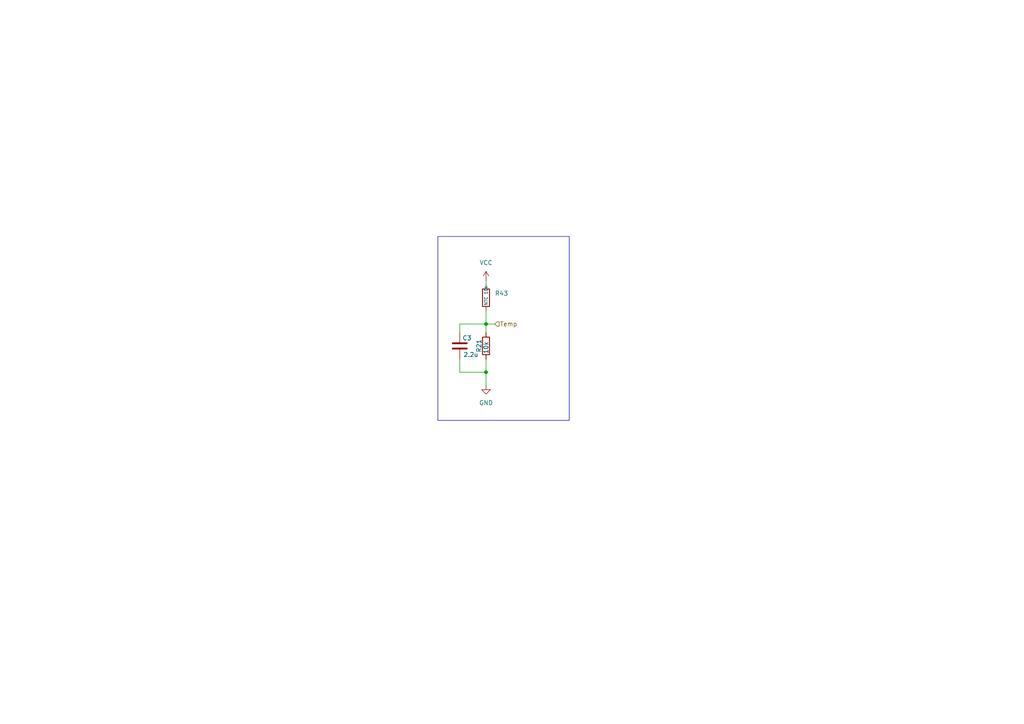
<source format=kicad_sch>
(kicad_sch
	(version 20250114)
	(generator "eeschema")
	(generator_version "9.0")
	(uuid "22bdf16a-0ffa-4aed-9771-889b41d3d533")
	(paper "A4")
	(lib_symbols
		(symbol "Device:C"
			(pin_numbers
				(hide yes)
			)
			(pin_names
				(offset 0.254)
			)
			(exclude_from_sim no)
			(in_bom yes)
			(on_board yes)
			(property "Reference" "C"
				(at 0.635 2.54 0)
				(effects
					(font
						(size 1.27 1.27)
					)
					(justify left)
				)
			)
			(property "Value" "C"
				(at 0.635 -2.54 0)
				(effects
					(font
						(size 1.27 1.27)
					)
					(justify left)
				)
			)
			(property "Footprint" ""
				(at 0.9652 -3.81 0)
				(effects
					(font
						(size 1.27 1.27)
					)
					(hide yes)
				)
			)
			(property "Datasheet" "~"
				(at 0 0 0)
				(effects
					(font
						(size 1.27 1.27)
					)
					(hide yes)
				)
			)
			(property "Description" "Unpolarized capacitor"
				(at 0 0 0)
				(effects
					(font
						(size 1.27 1.27)
					)
					(hide yes)
				)
			)
			(property "ki_keywords" "cap capacitor"
				(at 0 0 0)
				(effects
					(font
						(size 1.27 1.27)
					)
					(hide yes)
				)
			)
			(property "ki_fp_filters" "C_*"
				(at 0 0 0)
				(effects
					(font
						(size 1.27 1.27)
					)
					(hide yes)
				)
			)
			(symbol "C_0_1"
				(polyline
					(pts
						(xy -2.032 0.762) (xy 2.032 0.762)
					)
					(stroke
						(width 0.508)
						(type default)
					)
					(fill
						(type none)
					)
				)
				(polyline
					(pts
						(xy -2.032 -0.762) (xy 2.032 -0.762)
					)
					(stroke
						(width 0.508)
						(type default)
					)
					(fill
						(type none)
					)
				)
			)
			(symbol "C_1_1"
				(pin passive line
					(at 0 3.81 270)
					(length 2.794)
					(name "~"
						(effects
							(font
								(size 1.27 1.27)
							)
						)
					)
					(number "1"
						(effects
							(font
								(size 1.27 1.27)
							)
						)
					)
				)
				(pin passive line
					(at 0 -3.81 90)
					(length 2.794)
					(name "~"
						(effects
							(font
								(size 1.27 1.27)
							)
						)
					)
					(number "2"
						(effects
							(font
								(size 1.27 1.27)
							)
						)
					)
				)
			)
			(embedded_fonts no)
		)
		(symbol "Device:R"
			(pin_numbers
				(hide yes)
			)
			(pin_names
				(offset 0)
			)
			(exclude_from_sim no)
			(in_bom yes)
			(on_board yes)
			(property "Reference" "R"
				(at 2.032 0 90)
				(effects
					(font
						(size 1.27 1.27)
					)
				)
			)
			(property "Value" "R"
				(at 0 0 90)
				(effects
					(font
						(size 1.27 1.27)
					)
				)
			)
			(property "Footprint" ""
				(at -1.778 0 90)
				(effects
					(font
						(size 1.27 1.27)
					)
					(hide yes)
				)
			)
			(property "Datasheet" "~"
				(at 0 0 0)
				(effects
					(font
						(size 1.27 1.27)
					)
					(hide yes)
				)
			)
			(property "Description" "Resistor"
				(at 0 0 0)
				(effects
					(font
						(size 1.27 1.27)
					)
					(hide yes)
				)
			)
			(property "ki_keywords" "R res resistor"
				(at 0 0 0)
				(effects
					(font
						(size 1.27 1.27)
					)
					(hide yes)
				)
			)
			(property "ki_fp_filters" "R_*"
				(at 0 0 0)
				(effects
					(font
						(size 1.27 1.27)
					)
					(hide yes)
				)
			)
			(symbol "R_0_1"
				(rectangle
					(start -1.016 -2.54)
					(end 1.016 2.54)
					(stroke
						(width 0.254)
						(type default)
					)
					(fill
						(type none)
					)
				)
			)
			(symbol "R_1_1"
				(pin passive line
					(at 0 3.81 270)
					(length 1.27)
					(name "~"
						(effects
							(font
								(size 1.27 1.27)
							)
						)
					)
					(number "1"
						(effects
							(font
								(size 1.27 1.27)
							)
						)
					)
				)
				(pin passive line
					(at 0 -3.81 90)
					(length 1.27)
					(name "~"
						(effects
							(font
								(size 1.27 1.27)
							)
						)
					)
					(number "2"
						(effects
							(font
								(size 1.27 1.27)
							)
						)
					)
				)
			)
			(embedded_fonts no)
		)
		(symbol "power:GND"
			(power)
			(pin_numbers
				(hide yes)
			)
			(pin_names
				(offset 0)
				(hide yes)
			)
			(exclude_from_sim no)
			(in_bom yes)
			(on_board yes)
			(property "Reference" "#PWR"
				(at 0 -6.35 0)
				(effects
					(font
						(size 1.27 1.27)
					)
					(hide yes)
				)
			)
			(property "Value" "GND"
				(at 0 -3.81 0)
				(effects
					(font
						(size 1.27 1.27)
					)
				)
			)
			(property "Footprint" ""
				(at 0 0 0)
				(effects
					(font
						(size 1.27 1.27)
					)
					(hide yes)
				)
			)
			(property "Datasheet" ""
				(at 0 0 0)
				(effects
					(font
						(size 1.27 1.27)
					)
					(hide yes)
				)
			)
			(property "Description" "Power symbol creates a global label with name \"GND\" , ground"
				(at 0 0 0)
				(effects
					(font
						(size 1.27 1.27)
					)
					(hide yes)
				)
			)
			(property "ki_keywords" "global power"
				(at 0 0 0)
				(effects
					(font
						(size 1.27 1.27)
					)
					(hide yes)
				)
			)
			(symbol "GND_0_1"
				(polyline
					(pts
						(xy 0 0) (xy 0 -1.27) (xy 1.27 -1.27) (xy 0 -2.54) (xy -1.27 -1.27) (xy 0 -1.27)
					)
					(stroke
						(width 0)
						(type default)
					)
					(fill
						(type none)
					)
				)
			)
			(symbol "GND_1_1"
				(pin power_in line
					(at 0 0 270)
					(length 0)
					(name "~"
						(effects
							(font
								(size 1.27 1.27)
							)
						)
					)
					(number "1"
						(effects
							(font
								(size 1.27 1.27)
							)
						)
					)
				)
			)
			(embedded_fonts no)
		)
		(symbol "power:VCC"
			(power)
			(pin_numbers
				(hide yes)
			)
			(pin_names
				(offset 0)
				(hide yes)
			)
			(exclude_from_sim no)
			(in_bom yes)
			(on_board yes)
			(property "Reference" "#PWR"
				(at 0 -3.81 0)
				(effects
					(font
						(size 1.27 1.27)
					)
					(hide yes)
				)
			)
			(property "Value" "VCC"
				(at 0 3.556 0)
				(effects
					(font
						(size 1.27 1.27)
					)
				)
			)
			(property "Footprint" ""
				(at 0 0 0)
				(effects
					(font
						(size 1.27 1.27)
					)
					(hide yes)
				)
			)
			(property "Datasheet" ""
				(at 0 0 0)
				(effects
					(font
						(size 1.27 1.27)
					)
					(hide yes)
				)
			)
			(property "Description" "Power symbol creates a global label with name \"VCC\""
				(at 0 0 0)
				(effects
					(font
						(size 1.27 1.27)
					)
					(hide yes)
				)
			)
			(property "ki_keywords" "global power"
				(at 0 0 0)
				(effects
					(font
						(size 1.27 1.27)
					)
					(hide yes)
				)
			)
			(symbol "VCC_0_1"
				(polyline
					(pts
						(xy -0.762 1.27) (xy 0 2.54)
					)
					(stroke
						(width 0)
						(type default)
					)
					(fill
						(type none)
					)
				)
				(polyline
					(pts
						(xy 0 2.54) (xy 0.762 1.27)
					)
					(stroke
						(width 0)
						(type default)
					)
					(fill
						(type none)
					)
				)
				(polyline
					(pts
						(xy 0 0) (xy 0 2.54)
					)
					(stroke
						(width 0)
						(type default)
					)
					(fill
						(type none)
					)
				)
			)
			(symbol "VCC_1_1"
				(pin power_in line
					(at 0 0 90)
					(length 0)
					(name "~"
						(effects
							(font
								(size 1.27 1.27)
							)
						)
					)
					(number "1"
						(effects
							(font
								(size 1.27 1.27)
							)
						)
					)
				)
			)
			(embedded_fonts no)
		)
	)
	(rectangle
		(start 127 68.58)
		(end 165.1 121.92)
		(stroke
			(width 0)
			(type default)
		)
		(fill
			(type none)
		)
		(uuid 37a7855e-60cb-491e-9d8c-f935df3da462)
	)
	(junction
		(at 140.97 107.95)
		(diameter 0)
		(color 0 0 0 0)
		(uuid "a9ee2ce8-fc6d-46a9-9f9d-f9e37fd29add")
	)
	(junction
		(at 140.97 93.98)
		(diameter 0)
		(color 0 0 0 0)
		(uuid "ba49e671-eea0-40b4-8829-78c3a59baed3")
	)
	(wire
		(pts
			(xy 140.97 93.98) (xy 140.97 90.17)
		)
		(stroke
			(width 0)
			(type default)
		)
		(uuid "04f7da9d-d84d-46a3-b2ac-e6bd3a87171e")
	)
	(wire
		(pts
			(xy 143.51 93.98) (xy 140.97 93.98)
		)
		(stroke
			(width 0)
			(type default)
		)
		(uuid "293c93a0-f6fe-4884-ac9a-ac38c357a1b7")
	)
	(wire
		(pts
			(xy 140.97 107.95) (xy 140.97 104.14)
		)
		(stroke
			(width 0)
			(type default)
		)
		(uuid "8a273746-3bba-4e98-9faa-68da4c129b8f")
	)
	(wire
		(pts
			(xy 133.35 96.52) (xy 133.35 93.98)
		)
		(stroke
			(width 0)
			(type default)
		)
		(uuid "8adcbf5a-82d3-46be-933c-a5a345595db0")
	)
	(wire
		(pts
			(xy 133.35 107.95) (xy 140.97 107.95)
		)
		(stroke
			(width 0)
			(type default)
		)
		(uuid "915eac54-4e32-44a7-8180-402d8a2024e2")
	)
	(wire
		(pts
			(xy 133.35 104.14) (xy 133.35 107.95)
		)
		(stroke
			(width 0)
			(type default)
		)
		(uuid "9949f3d6-eeb6-4e19-98c8-702de5b0bb39")
	)
	(wire
		(pts
			(xy 140.97 81.28) (xy 140.97 82.55)
		)
		(stroke
			(width 0)
			(type default)
		)
		(uuid "aa261949-0ce9-449b-81a9-4f9be7216e3f")
	)
	(wire
		(pts
			(xy 140.97 96.52) (xy 140.97 93.98)
		)
		(stroke
			(width 0)
			(type default)
		)
		(uuid "c813434a-77f9-493d-b8df-96206d0e7742")
	)
	(wire
		(pts
			(xy 140.97 111.76) (xy 140.97 107.95)
		)
		(stroke
			(width 0)
			(type default)
		)
		(uuid "da48afc3-f5be-4d1a-9fc7-7e92af63ab6b")
	)
	(wire
		(pts
			(xy 133.35 93.98) (xy 140.97 93.98)
		)
		(stroke
			(width 0)
			(type default)
		)
		(uuid "e357cde7-b0e6-421a-95eb-60845ae999c3")
	)
	(hierarchical_label "Temp"
		(shape input)
		(at 143.51 93.98 0)
		(effects
			(font
				(size 1.27 1.27)
			)
			(justify left)
		)
		(uuid "2b046611-5a9c-4f12-a5e8-100b8f9e40b1")
	)
	(symbol
		(lib_id "Device:R")
		(at 140.97 86.36 0)
		(unit 1)
		(exclude_from_sim no)
		(in_bom yes)
		(on_board yes)
		(dnp no)
		(uuid "3a56d3b5-204b-445f-a39c-21480b0d9e6a")
		(property "Reference" "R43"
			(at 143.51 85.0899 0)
			(effects
				(font
					(size 1.27 1.27)
				)
				(justify left)
			)
		)
		(property "Value" "NTC 10k"
			(at 140.97 88.646 90)
			(effects
				(font
					(size 0.9 0.9)
				)
				(justify left)
			)
		)
		(property "Footprint" "Resistor_SMD:R_0201_0603Metric"
			(at 139.192 86.36 90)
			(effects
				(font
					(size 1.27 1.27)
				)
				(hide yes)
			)
		)
		(property "Datasheet" "~"
			(at 140.97 86.36 0)
			(effects
				(font
					(size 1.27 1.27)
				)
				(hide yes)
			)
		)
		(property "Description" "Resistor"
			(at 140.97 86.36 0)
			(effects
				(font
					(size 1.27 1.27)
				)
				(hide yes)
			)
		)
		(pin "1"
			(uuid "7f3f8e58-0640-49ef-bec7-1d210d42e41e")
		)
		(pin "2"
			(uuid "fb71fada-facd-4a4d-ae8f-a93b55f867f2")
		)
		(instances
			(project ""
				(path "/281019b9-751d-4fe8-b09d-377ab91b1fff/d3d61ee0-a220-41f9-8a7b-527092c41302"
					(reference "R43")
					(unit 1)
				)
			)
		)
	)
	(symbol
		(lib_id "power:GND")
		(at 140.97 111.76 0)
		(unit 1)
		(exclude_from_sim no)
		(in_bom yes)
		(on_board yes)
		(dnp no)
		(fields_autoplaced yes)
		(uuid "bf67c788-4893-43ce-8d49-6ccd3fb99745")
		(property "Reference" "#PWR022"
			(at 140.97 118.11 0)
			(effects
				(font
					(size 1.27 1.27)
				)
				(hide yes)
			)
		)
		(property "Value" "GND"
			(at 140.97 116.84 0)
			(effects
				(font
					(size 1.27 1.27)
				)
			)
		)
		(property "Footprint" ""
			(at 140.97 111.76 0)
			(effects
				(font
					(size 1.27 1.27)
				)
				(hide yes)
			)
		)
		(property "Datasheet" ""
			(at 140.97 111.76 0)
			(effects
				(font
					(size 1.27 1.27)
				)
				(hide yes)
			)
		)
		(property "Description" "Power symbol creates a global label with name \"GND\" , ground"
			(at 140.97 111.76 0)
			(effects
				(font
					(size 1.27 1.27)
				)
				(hide yes)
			)
		)
		(pin "1"
			(uuid "429c7a53-5b27-4488-be02-a0683e6c6784")
		)
		(instances
			(project "escDesign"
				(path "/281019b9-751d-4fe8-b09d-377ab91b1fff/d3d61ee0-a220-41f9-8a7b-527092c41302"
					(reference "#PWR022")
					(unit 1)
				)
			)
		)
	)
	(symbol
		(lib_id "Device:C")
		(at 133.35 100.33 0)
		(unit 1)
		(exclude_from_sim no)
		(in_bom yes)
		(on_board yes)
		(dnp no)
		(uuid "e077b095-d4a6-49ec-97b8-7bdeb78e5c80")
		(property "Reference" "C3"
			(at 134.112 98.044 0)
			(effects
				(font
					(size 1.27 1.27)
				)
				(justify left)
			)
		)
		(property "Value" "2.2u"
			(at 134.366 102.87 0)
			(effects
				(font
					(size 1.27 1.27)
				)
				(justify left)
			)
		)
		(property "Footprint" "Capacitor_SMD:C_0201_0603Metric"
			(at 134.3152 104.14 0)
			(effects
				(font
					(size 1.27 1.27)
				)
				(hide yes)
			)
		)
		(property "Datasheet" "~"
			(at 133.35 100.33 0)
			(effects
				(font
					(size 1.27 1.27)
				)
				(hide yes)
			)
		)
		(property "Description" "Unpolarized capacitor"
			(at 133.35 100.33 0)
			(effects
				(font
					(size 1.27 1.27)
				)
				(hide yes)
			)
		)
		(pin "2"
			(uuid "55367655-3ac8-4abe-98c1-1923960d01d1")
		)
		(pin "1"
			(uuid "b893d16e-015a-4308-ad66-ed1afcf7133f")
		)
		(instances
			(project "escDesign"
				(path "/281019b9-751d-4fe8-b09d-377ab91b1fff/d3d61ee0-a220-41f9-8a7b-527092c41302"
					(reference "C3")
					(unit 1)
				)
			)
		)
	)
	(symbol
		(lib_id "Device:R")
		(at 140.97 100.33 180)
		(unit 1)
		(exclude_from_sim no)
		(in_bom yes)
		(on_board yes)
		(dnp no)
		(uuid "e47de871-795a-4a50-8479-873d734d08fe")
		(property "Reference" "R21"
			(at 138.938 100.33 90)
			(effects
				(font
					(size 1.27 1.27)
				)
			)
		)
		(property "Value" "10k"
			(at 140.97 100.838 90)
			(effects
				(font
					(size 1.27 1.27)
				)
			)
		)
		(property "Footprint" "Resistor_SMD:R_0201_0603Metric"
			(at 142.748 100.33 90)
			(effects
				(font
					(size 1.27 1.27)
				)
				(hide yes)
			)
		)
		(property "Datasheet" "~"
			(at 140.97 100.33 0)
			(effects
				(font
					(size 1.27 1.27)
				)
				(hide yes)
			)
		)
		(property "Description" "Resistor"
			(at 140.97 100.33 0)
			(effects
				(font
					(size 1.27 1.27)
				)
				(hide yes)
			)
		)
		(pin "1"
			(uuid "b3c3997a-0e31-40d1-87b9-daece9865e7a")
		)
		(pin "2"
			(uuid "c4bc58ca-9dce-4d2d-aef5-99383f50ca74")
		)
		(instances
			(project "escDesign"
				(path "/281019b9-751d-4fe8-b09d-377ab91b1fff/d3d61ee0-a220-41f9-8a7b-527092c41302"
					(reference "R21")
					(unit 1)
				)
			)
		)
	)
	(symbol
		(lib_id "power:VCC")
		(at 140.97 81.28 0)
		(unit 1)
		(exclude_from_sim no)
		(in_bom yes)
		(on_board yes)
		(dnp no)
		(fields_autoplaced yes)
		(uuid "eccf986b-7980-4453-9903-c0a0c8cd81d0")
		(property "Reference" "#PWR061"
			(at 140.97 85.09 0)
			(effects
				(font
					(size 1.27 1.27)
				)
				(hide yes)
			)
		)
		(property "Value" "VCC"
			(at 140.97 76.2 0)
			(effects
				(font
					(size 1.27 1.27)
				)
			)
		)
		(property "Footprint" ""
			(at 140.97 81.28 0)
			(effects
				(font
					(size 1.27 1.27)
				)
				(hide yes)
			)
		)
		(property "Datasheet" ""
			(at 140.97 81.28 0)
			(effects
				(font
					(size 1.27 1.27)
				)
				(hide yes)
			)
		)
		(property "Description" "Power symbol creates a global label with name \"VCC\""
			(at 140.97 81.28 0)
			(effects
				(font
					(size 1.27 1.27)
				)
				(hide yes)
			)
		)
		(pin "1"
			(uuid "1c7a1e9e-2bef-4a99-b5c5-fe8fcac54cfb")
		)
		(instances
			(project "escDesign"
				(path "/281019b9-751d-4fe8-b09d-377ab91b1fff/d3d61ee0-a220-41f9-8a7b-527092c41302"
					(reference "#PWR061")
					(unit 1)
				)
			)
		)
	)
)

</source>
